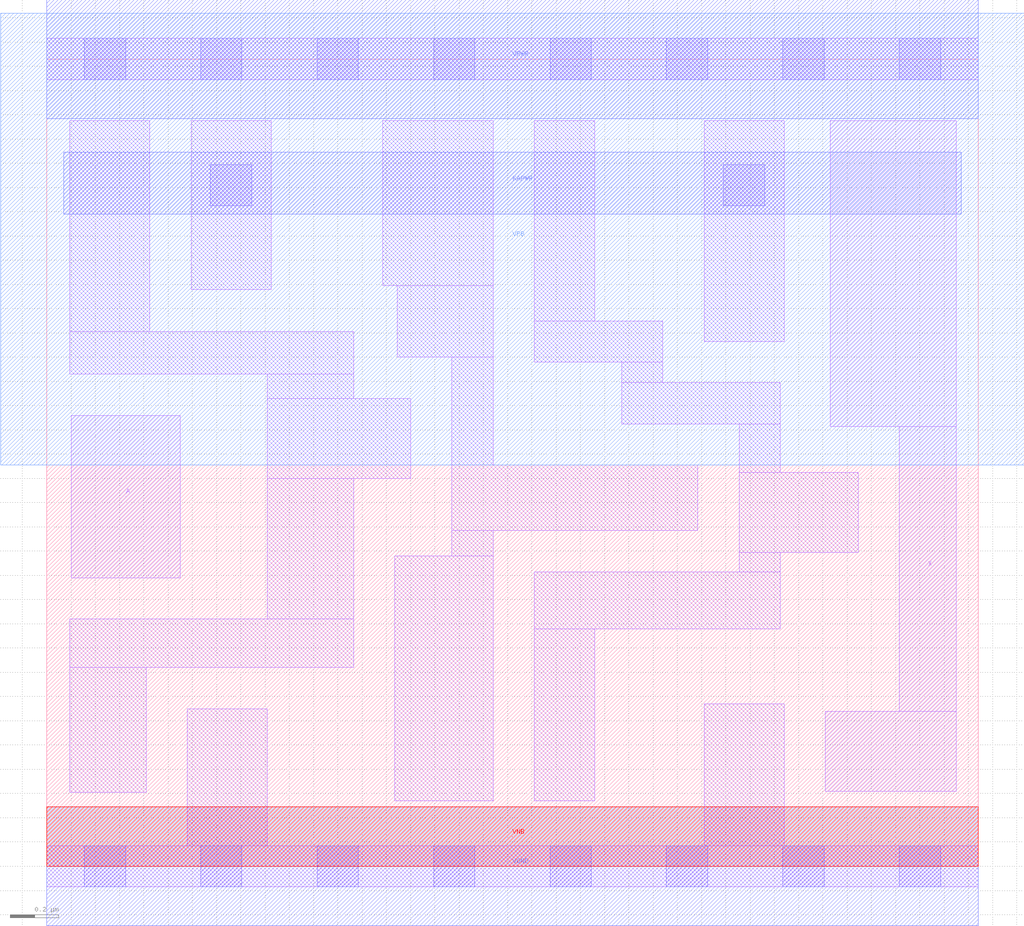
<source format=lef>
# Copyright 2020 The SkyWater PDK Authors
#
# Licensed under the Apache License, Version 2.0 (the "License");
# you may not use this file except in compliance with the License.
# You may obtain a copy of the License at
#
#     https://www.apache.org/licenses/LICENSE-2.0
#
# Unless required by applicable law or agreed to in writing, software
# distributed under the License is distributed on an "AS IS" BASIS,
# WITHOUT WARRANTIES OR CONDITIONS OF ANY KIND, either express or implied.
# See the License for the specific language governing permissions and
# limitations under the License.
#
# SPDX-License-Identifier: Apache-2.0

VERSION 5.7 ;
  NOWIREEXTENSIONATPIN ON ;
  DIVIDERCHAR "/" ;
  BUSBITCHARS "[]" ;
MACRO sky130_fd_sc_lp__dlybuf4s18kapwr_1
  CLASS CORE ;
  FOREIGN sky130_fd_sc_lp__dlybuf4s18kapwr_1 ;
  ORIGIN  0.000000  0.000000 ;
  SIZE  3.840000 BY  3.330000 ;
  SYMMETRY X Y ;
  SITE unit ;
  PIN A
    ANTENNAGATEAREA  0.252000 ;
    DIRECTION INPUT ;
    USE SIGNAL ;
    PORT
      LAYER li1 ;
        RECT 0.100000 1.190000 0.550000 1.860000 ;
    END
  END A
  PIN X
    ANTENNADIFFAREA  0.445200 ;
    DIRECTION OUTPUT ;
    USE SIGNAL ;
    PORT
      LAYER li1 ;
        RECT 3.210000 0.310000 3.750000 0.640000 ;
        RECT 3.230000 1.815000 3.750000 3.075000 ;
        RECT 3.515000 0.640000 3.750000 1.815000 ;
    END
  END X
  PIN KAPWR
    DIRECTION INOUT ;
    USE POWER ;
    PORT
      LAYER met1 ;
        RECT 0.070000 2.690000 3.770000 2.945000 ;
    END
  END KAPWR
  PIN VGND
    DIRECTION INOUT ;
    USE GROUND ;
    PORT
      LAYER met1 ;
        RECT 0.000000 -0.245000 3.840000 0.245000 ;
    END
  END VGND
  PIN VNB
    DIRECTION INOUT ;
    USE GROUND ;
    PORT
      LAYER pwell ;
        RECT 0.000000 0.000000 3.840000 0.245000 ;
    END
  END VNB
  PIN VPB
    DIRECTION INOUT ;
    USE POWER ;
    PORT
      LAYER nwell ;
        RECT -0.190000 1.655000 4.030000 3.520000 ;
    END
  END VPB
  PIN VPWR
    DIRECTION INOUT ;
    USE POWER ;
    PORT
      LAYER met1 ;
        RECT 0.000000 3.085000 3.840000 3.575000 ;
    END
  END VPWR
  OBS
    LAYER li1 ;
      RECT 0.000000 -0.085000 3.840000 0.085000 ;
      RECT 0.000000  3.245000 3.840000 3.415000 ;
      RECT 0.095000  0.305000 0.410000 0.820000 ;
      RECT 0.095000  0.820000 1.265000 1.020000 ;
      RECT 0.095000  2.030000 1.265000 2.205000 ;
      RECT 0.095000  2.205000 0.425000 3.075000 ;
      RECT 0.580000  0.085000 0.910000 0.650000 ;
      RECT 0.595000  2.380000 0.925000 3.075000 ;
      RECT 0.910000  1.020000 1.265000 1.600000 ;
      RECT 0.910000  1.600000 1.500000 1.930000 ;
      RECT 0.910000  1.930000 1.265000 2.030000 ;
      RECT 1.385000  2.395000 1.840000 3.075000 ;
      RECT 1.435000  0.270000 1.840000 1.280000 ;
      RECT 1.445000  2.100000 1.840000 2.395000 ;
      RECT 1.670000  1.280000 1.840000 1.385000 ;
      RECT 1.670000  1.385000 2.685000 1.655000 ;
      RECT 1.670000  1.655000 1.840000 2.100000 ;
      RECT 2.010000  0.270000 2.260000 0.980000 ;
      RECT 2.010000  0.980000 3.025000 1.215000 ;
      RECT 2.010000  2.080000 2.540000 2.250000 ;
      RECT 2.010000  2.250000 2.260000 3.075000 ;
      RECT 2.370000  1.825000 3.025000 1.995000 ;
      RECT 2.370000  1.995000 2.540000 2.080000 ;
      RECT 2.710000  0.085000 3.040000 0.670000 ;
      RECT 2.710000  2.165000 3.040000 3.075000 ;
      RECT 2.855000  1.215000 3.025000 1.295000 ;
      RECT 2.855000  1.295000 3.345000 1.625000 ;
      RECT 2.855000  1.625000 3.025000 1.825000 ;
    LAYER mcon ;
      RECT 0.155000 -0.085000 0.325000 0.085000 ;
      RECT 0.155000  3.245000 0.325000 3.415000 ;
      RECT 0.635000 -0.085000 0.805000 0.085000 ;
      RECT 0.635000  3.245000 0.805000 3.415000 ;
      RECT 0.675000  2.725000 0.845000 2.895000 ;
      RECT 1.115000 -0.085000 1.285000 0.085000 ;
      RECT 1.115000  3.245000 1.285000 3.415000 ;
      RECT 1.595000 -0.085000 1.765000 0.085000 ;
      RECT 1.595000  3.245000 1.765000 3.415000 ;
      RECT 2.075000 -0.085000 2.245000 0.085000 ;
      RECT 2.075000  3.245000 2.245000 3.415000 ;
      RECT 2.555000 -0.085000 2.725000 0.085000 ;
      RECT 2.555000  3.245000 2.725000 3.415000 ;
      RECT 2.790000  2.725000 2.960000 2.895000 ;
      RECT 3.035000 -0.085000 3.205000 0.085000 ;
      RECT 3.035000  3.245000 3.205000 3.415000 ;
      RECT 3.515000 -0.085000 3.685000 0.085000 ;
      RECT 3.515000  3.245000 3.685000 3.415000 ;
  END
END sky130_fd_sc_lp__dlybuf4s18kapwr_1
END LIBRARY

</source>
